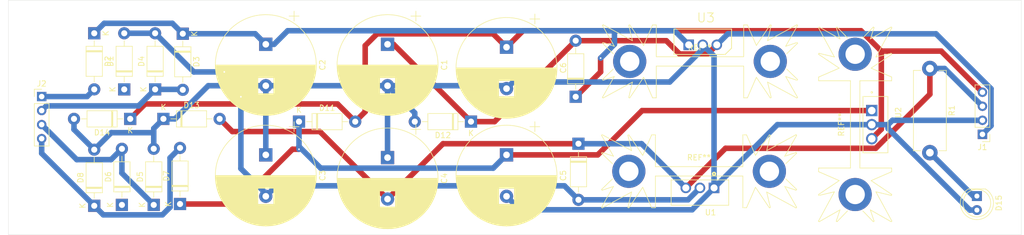
<source format=kicad_pcb>
(kicad_pcb (version 20240108) (generator "pcbnew") (generator_version "8.0")
  (layers (0 "F.Cu" signal) (31 "B.Cu" signal) (34 "B.Paste" user) (35 "F.Paste" user) (36 "B.SilkS" user "B.Silkscreen") (37 "F.SilkS" user "F.Silkscreen") (38 "B.Mask" user) (39 "F.Mask" user) (44 "Edge.Cuts" user))
  (net 0 "")
  (net 1 "Net-(D1-A)")
  (net 2 "Net-(D12-K)")
  (net 3 "GND")
  (net 4 "Net-(D11-A)")
  (net 5 "Net-(D15-K)")
  (net 6 "Net-(D2-K)")
  (net 7 "Net-(D10-K)")
  (net 8 "Net-(D11-K)")
  (net 9 "Net-(D1-K)")
  (net 10 "Net-(D3-A)")
  (net 11 "Net-(D5-K)")
  (net 12 "Net-(D7-A)")
  (footprint "Library:L7915CV TO255P1040X460X1935-3" (layer "F.Cu") (at 139.5 46 180)
    (property "Reference" "U1" (at 0.635 -4.445 360) (layer "F.SilkS"))
    (property "Value" "L7915")
    (pad "1" thru_hole rect (at 0 0 180) (size 1.91 1.91) (drill 1.27) (layers "*.Cu" "*.Mask") (net 3 "GND"))
    (pad "2" thru_hole circle (at 2.55 0 180) (size 1.91 1.91) (drill 1.27) (layers "*.Cu" "*.Mask") (net 1 "Net-(D1-A)"))
    (pad "3" thru_hole circle (at 5.1 0 180) (size 1.91 1.91) (drill 1.27) (layers "*.Cu" "*.Mask") (net 7 "Net-(D10-K)"))
  )
  (footprint "Heatsink:Heatsink_Fischer_SK104-STCB_35x13mm__2xDrill3.5mm_ScrewM3" (layer "F.Cu") (at 165 34.5 90)
    (property "Reference" "REF**" (at -0.025 -2.5 90) (layer "F.SilkS"))
    (property "Value" "Heatsink_Fischer_SK104-STCB_35x13mm__2xDrill3.5mm_ScrewM3" (hide yes))
    (pad "1" thru_hole circle (at -12.7 0 270) (size 6 6) (drill 3.5) (layers "*.Cu" "*.Mask"))
    (pad "1" thru_hole circle (at 12.7 0 90) (size 6 6) (drill 3.5) (layers "*.Cu" "*.Mask"))
  )
  (footprint "Capacitor_THT:CP_Radial_D18.0mm_P7.50mm" (layer "F.Cu") (at 58.5 40.02222 -90)
    (property "Reference" "C3" (at 3.75 -10.25 90) (layer "F.SilkS"))
    (property "Value" "1000uF")
    (pad "1" thru_hole rect (at 0 0 270) (size 2.4 2.4) (drill 1.2) (layers "*.Cu" "*.Mask") (net 3 "GND"))
    (pad "2" thru_hole circle (at 7.5 0 270) (size 2.4 2.4) (drill 1.2) (layers "*.Cu" "*.Mask") (net 1 "Net-(D1-A)"))
  )
  (footprint "Diode_THT:D_DO-41_SOD81_P10.16mm_Horizontal" (layer "F.Cu") (at 43 48.92 90)
    (property "Reference" "D7" (at 5.08 -2.47 90) (layer "F.SilkS"))
    (property "Value" "1N4002")
    (fp_text user "K" (at 0 -2.1 90) (layer "F.SilkS"))
    (pad "1" thru_hole rect (at 0 0 90) (size 2.2 2.2) (drill 1.1) (layers "*.Cu" "*.Mask") (net 8 "Net-(D11-K)"))
    (pad "2" thru_hole oval (at 10.16 0 90) (size 2.2 2.2) (drill 1.1) (layers "*.Cu" "*.Mask") (net 12 "Net-(D7-A)"))
  )
  (footprint "Diode_THT:D_DO-41_SOD81_P10.16mm_Horizontal" (layer "F.Cu") (at 95.58 34 180)
    (property "Reference" "D12" (at 5.08 -2.47 360) (layer "F.SilkS"))
    (property "Value" "1N4002")
    (fp_text user "K" (at 0 -2.1 360) (layer "F.SilkS"))
    (pad "1" thru_hole rect (at 0 0 180) (size 2.2 2.2) (drill 1.1) (layers "*.Cu" "*.Mask") (net 2 "Net-(D12-K)"))
    (pad "2" thru_hole oval (at 10.16 0 180) (size 2.2 2.2) (drill 1.1) (layers "*.Cu" "*.Mask") (net 3 "GND"))
  )
  (footprint "Diode_THT:D_DO-41_SOD81_P10.16mm_Horizontal" (layer "F.Cu") (at 34 33.5 180)
    (property "Reference" "D14" (at 5.08 -2.47 360) (layer "F.SilkS"))
    (property "Value" "1N4002")
    (fp_text user "K" (at 0 -2.1 360) (layer "F.SilkS"))
    (pad "1" thru_hole rect (at 0 0 180) (size 2.2 2.2) (drill 1.1) (layers "*.Cu" "*.Mask") (net 4 "Net-(D11-A)"))
    (pad "2" thru_hole oval (at 10.16 0 180) (size 2.2 2.2) (drill 1.1) (layers "*.Cu" "*.Mask") (net 3 "GND"))
  )
  (footprint "Library:L7805 TO255P1020X450X2000-3" (layer "F.Cu") (at 168.6625 34.55 -90)
    (property "Reference" "U2" (at -2.175 -4.135 90) (layer "F.SilkS"))
    (property "Value" "L7805")
    (pad "1" thru_hole rect (at -2.55 0.6625 270) (size 2.055 2.055) (drill 1.37) (layers "*.Cu" "*.Mask") (net 8 "Net-(D11-K)"))
    (pad "2" thru_hole circle (at 0 0.6625 270) (size 2.055 2.055) (drill 1.37) (layers "*.Cu" "*.Mask") (net 3 "GND"))
    (pad "3" thru_hole circle (at 2.55 0.6625 270) (size 2.055 2.055) (drill 1.37) (layers "*.Cu" "*.Mask") (net 4 "Net-(D11-A)"))
  )
  (footprint "Diode_THT:D_DO-41_SOD81_P10.16mm_Horizontal" (layer "F.Cu") (at 40 33.5)
    (property "Reference" "D13" (at 5.08 -2.47 360) (layer "F.SilkS"))
    (property "Value" "1N4002")
    (fp_text user "K" (at 0 -2.1 360) (layer "F.SilkS"))
    (pad "1" thru_hole rect (at 0 0) (size 2.2 2.2) (drill 1.1) (layers "*.Cu" "*.Mask") (net 3 "GND"))
    (pad "2" thru_hole oval (at 10.16 0) (size 2.2 2.2) (drill 1.1) (layers "*.Cu" "*.Mask") (net 7 "Net-(D10-K)"))
  )
  (footprint "Library:L7815CV TO254P450X1020X1935-3P" (layer "F.Cu") (at 140 19)
    (property "Reference" "U3" (at -1.9812 -3.81 360) (layer "F.SilkS") (effects (font (size 1.64 1.64))))
    (property "Value" "L7815")
    (pad "1" thru_hole rect (at -5.08 1.0922) (size 1.905 1.905) (drill 1.27) (layers "*.Cu" "*.Mask") (net 6 "Net-(D2-K)"))
    (pad "2" thru_hole circle (at -2.54 1.0922) (size 1.905 1.905) (drill 1.27) (layers "*.Cu" "*.Mask") (net 3 "GND"))
    (pad "3" thru_hole circle (at 0 1.0922) (size 1.905 1.905) (drill 1.27) (layers "*.Cu" "*.Mask") (net 2 "Net-(D12-K)"))
  )
  (footprint "Diode_THT:D_DO-41_SOD81_P10.16mm_Horizontal" (layer "F.Cu") (at 27.5 49.24 90)
    (property "Reference" "D8" (at 5.08 -2.47 90) (layer "F.SilkS"))
    (property "Value" "1N4002")
    (fp_text user "K" (at 0 -2.1 90) (layer "F.SilkS"))
    (pad "1" thru_hole rect (at 0 0 90) (size 2.2 2.2) (drill 1.1) (layers "*.Cu" "*.Mask") (net 12 "Net-(D7-A)"))
    (pad "2" thru_hole oval (at 10.16 0 90) (size 2.2 2.2) (drill 1.1) (layers "*.Cu" "*.Mask") (net 3 "GND"))
  )
  (footprint "Connector_PinHeader_2.54mm:PinHeader_1x04_P2.54mm_Vertical" (layer "F.Cu") (at 18 29.46)
    (property "Reference" "J2" (at 0 -2.33 0) (layer "F.SilkS"))
    (property "Value" "Conn_01x04_Socket")
    (pad "1" thru_hole rect (at 0 0) (size 1.7 1.7) (drill 1) (layers "*.Cu" "*.Mask") (net 9 "Net-(D1-K)"))
    (pad "2" thru_hole oval (at 0 2.54) (size 1.7 1.7) (drill 1) (layers "*.Cu" "*.Mask") (net 10 "Net-(D3-A)"))
    (pad "3" thru_hole oval (at 0 5.08) (size 1.7 1.7) (drill 1) (layers "*.Cu" "*.Mask") (net 11 "Net-(D5-K)"))
    (pad "4" thru_hole oval (at 0 7.62) (size 1.7 1.7) (drill 1) (layers "*.Cu" "*.Mask") (net 12 "Net-(D7-A)"))
  )
  (footprint "Diode_THT:D_DO-41_SOD81_P10.16mm_Horizontal" (layer "F.Cu") (at 64.5 34)
    (property "Reference" "D11" (at 5.08 -2.47 0) (layer "F.SilkS"))
    (property "Value" "1N4002")
    (fp_text user "K" (at 0 -2.1 0) (layer "F.SilkS"))
    (pad "1" thru_hole rect (at 0 0) (size 2.2 2.2) (drill 1.1) (layers "*.Cu" "*.Mask") (net 8 "Net-(D11-K)"))
    (pad "2" thru_hole oval (at 10.16 0) (size 2.2 2.2) (drill 1.1) (layers "*.Cu" "*.Mask") (net 4 "Net-(D11-A)"))
  )
  (footprint "Capacitor_THT:CP_Radial_D18.0mm_P7.50mm" (layer "F.Cu") (at 80.5 20 -90)
    (property "Reference" "C1" (at 3.75 -10.25 90) (layer "F.SilkS"))
    (property "Value" "10uF")
    (pad "1" thru_hole rect (at 0 0 270) (size 2.4 2.4) (drill 1.2) (layers "*.Cu" "*.Mask") (net 2 "Net-(D12-K)"))
    (pad "2" thru_hole circle (at 7.5 0 270) (size 2.4 2.4) (drill 1.2) (layers "*.Cu" "*.Mask") (net 3 "GND"))
  )
  (footprint "LED_THT:LED_D5.0mm" (layer "F.Cu") (at 187 47.48 -90)
    (property "Reference" "D15" (at 1.27 -3.96 90) (layer "F.SilkS"))
    (property "Value" "LED")
    (pad "1" thru_hole rect (at 0 0 270) (size 1.8 1.8) (drill 0.9) (layers "*.Cu" "*.Mask") (net 5 "Net-(D15-K)"))
    (pad "2" thru_hole circle (at 2.54 0 270) (size 1.8 1.8) (drill 0.9) (layers "*.Cu" "*.Mask") (net 3 "GND"))
  )
  (footprint "Diode_THT:D_DO-41_SOD81_P10.16mm_Horizontal" (layer "F.Cu") (at 38.25 49.08 90)
    (property "Reference" "D5" (at 5.08 -2.47 90) (layer "F.SilkS"))
    (property "Value" "1N4002")
    (fp_text user "K" (at 0 -2.1 90) (layer "F.SilkS"))
    (pad "1" thru_hole rect (at 0 0 90) (size 2.2 2.2) (drill 1.1) (layers "*.Cu" "*.Mask") (net 11 "Net-(D5-K)"))
    (pad "2" thru_hole oval (at 10.16 0 90) (size 2.2 2.2) (drill 1.1) (layers "*.Cu" "*.Mask") (net 3 "GND"))
  )
  (footprint "Heatsink:Heatsink_Fischer_SK104-STCB_35x13mm__2xDrill3.5mm_ScrewM3" (layer "F.Cu") (at 136.96 23.0922)
    (property "Reference" "REF**" (at -0.025 -2.5 0) (layer "F.SilkS"))
    (property "Value" "Heatsink_Fischer_SK104-STCB_35x13mm__2xDrill3.5mm_ScrewM3" (hide yes))
    (pad "1" thru_hole circle (at -12.7 0 180) (size 6 6) (drill 3.5) (layers "*.Cu" "*.Mask"))
    (pad "1" thru_hole circle (at 12.7 0) (size 6 6) (drill 3.5) (layers "*.Cu" "*.Mask"))
  )
  (footprint "Capacitor_THT:CP_Radial_D18.0mm_P7.50mm" (layer "F.Cu") (at 80.5 40.52222 -90)
    (property "Reference" "C4" (at 3.75 -10.25 90) (layer "F.SilkS"))
    (property "Value" "10uF")
    (pad "1" thru_hole rect (at 0 0 270) (size 2.4 2.4) (drill 1.2) (layers "*.Cu" "*.Mask") (net 3 "GND"))
    (pad "2" thru_hole circle (at 7.5 0 270) (size 2.4 2.4) (drill 1.2) (layers "*.Cu" "*.Mask") (net 7 "Net-(D10-K)"))
  )
  (footprint "Heatsink:Heatsink_Fischer_SK104-STCB_35x13mm__2xDrill3.5mm_ScrewM3" (layer "F.Cu") (at 136.8 43)
    (property "Reference" "REF**" (at -0.025 -2.5 0) (layer "F.SilkS"))
    (property "Value" "Heatsink_Fischer_SK104-STCB_35x13mm__2xDrill3.5mm_ScrewM3" (hide yes))
    (pad "1" thru_hole circle (at -12.7 0 180) (size 6 6) (drill 3.5) (layers "*.Cu" "*.Mask"))
    (pad "1" thru_hole circle (at 12.7 0) (size 6 6) (drill 3.5) (layers "*.Cu" "*.Mask"))
  )
  (footprint "Diode_THT:D_DO-41_SOD81_P10.16mm_Horizontal" (layer "F.Cu") (at 114.5 29.5 90)
    (property "Reference" "D9" (hide yes))
    (property "Value" "1N4002" (hide yes))
    (pad "1" thru_hole rect (at 0 0 90) (size 2.2 2.2) (drill 1.1) (layers "*.Cu" "*.Mask") (net 6 "Net-(D2-K)"))
    (pad "2" thru_hole oval (at 10.16 0 90) (size 2.2 2.2) (drill 1.1) (layers "*.Cu" "*.Mask") (net 2 "Net-(D12-K)"))
  )
  (footprint "Diode_THT:D_DO-41_SOD81_P10.16mm_Horizontal" (layer "F.Cu") (at 43.5 18.08 -90)
    (property "Reference" "D3" (at 5.08 -2.47 90) (layer "F.SilkS"))
    (property "Value" "1N4002")
    (fp_text user "K" (at 0 -2.1 90) (layer "F.SilkS"))
    (pad "1" thru_hole rect (at 0 0 270) (size 2.2 2.2) (drill 1.1) (layers "*.Cu" "*.Mask") (net 6 "Net-(D2-K)"))
    (pad "2" thru_hole oval (at 10.16 0 270) (size 2.2 2.2) (drill 1.1) (layers "*.Cu" "*.Mask") (net 10 "Net-(D3-A)"))
  )
  (footprint "Resistor_THT:R_Axial_DIN0614_L14.3mm_D5.7mm_P15.24mm_Horizontal" (layer "F.Cu") (at 178.5 24.38 -90)
    (property "Reference" "R1" (at 7.62 -3.97 90) (layer "F.SilkS"))
    (property "Value" "1k5")
    (pad "1" thru_hole circle (at 0 0 270) (size 2.8 2.8) (drill 1.4) (layers "*.Cu" "*.Mask") (net 7 "Net-(D10-K)"))
    (pad "2" thru_hole oval (at 15.24 0 270) (size 2.8 2.8) (drill 1.4) (layers "*.Cu" "*.Mask") (net 5 "Net-(D15-K)"))
  )
  (footprint "Capacitor_THT:CP_Radial_D18.0mm_P7.50mm" (layer "F.Cu") (at 102 40.02222 -90)
    (property "Reference" "C5" (at 3.75 -10.25 90) (layer "F.SilkS"))
    (property "Value" "2200uF")
    (pad "1" thru_hole rect (at 0 0 270) (size 2.4 2.4) (drill 1.2) (layers "*.Cu" "*.Mask") (net 8 "Net-(D11-K)"))
    (pad "2" thru_hole circle (at 7.5 0 270) (size 2.4 2.4) (drill 1.2) (layers "*.Cu" "*.Mask") (net 3 "GND"))
  )
  (footprint "Capacitor_THT:CP_Radial_D18.0mm_P7.50mm" (layer "F.Cu") (at 58.5 20 -90)
    (property "Reference" "C2" (at 3.75 -10.25 90) (layer "F.SilkS"))
    (property "Value" "1000uF")
    (pad "1" thru_hole rect (at 0 0 270) (size 2.4 2.4) (drill 1.2) (layers "*.Cu" "*.Mask") (net 6 "Net-(D2-K)"))
    (pad "2" thru_hole circle (at 7.5 0 270) (size 2.4 2.4) (drill 1.2) (layers "*.Cu" "*.Mask") (net 3 "GND"))
  )
  (footprint "Capacitor_THT:CP_Radial_D18.0mm_P7.50mm" (layer "F.Cu") (at 102 20.52222 -90)
    (property "Reference" "C6" (at 3.75 -10.25 90) (layer "F.SilkS"))
    (property "Value" "10uF")
    (pad "1" thru_hole rect (at 0 0 270) (size 2.4 2.4) (drill 1.2) (layers "*.Cu" "*.Mask") (net 4 "Net-(D11-A)"))
    (pad "2" thru_hole circle (at 7.5 0 270) (size 2.4 2.4) (drill 1.2) (layers "*.Cu" "*.Mask") (net 3 "GND"))
  )
  (footprint "Connector_PinHeader_2.54mm:PinHeader_1x04_P2.54mm_Vertical" (layer "F.Cu") (at 188 36.3 180)
    (property "Reference" "J1" (at 0 -2.33 360) (layer "F.SilkS"))
    (property "Value" "Conn_01x04_Socket")
    (pad "1" thru_hole rect (at 0 0 180) (size 1.7 1.7) (drill 1) (layers "*.Cu" "*.Mask") (net 2 "Net-(D12-K)"))
    (pad "2" thru_hole oval (at 0 2.54 180) (size 1.7 1.7) (drill 1) (layers "*.Cu" "*.Mask") (net 3 "GND"))
    (pad "3" thru_hole oval (at 0 5.08 180) (size 1.7 1.7) (drill 1) (layers "*.Cu" "*.Mask") (net 7 "Net-(D10-K)"))
    (pad "4" thru_hole oval (at 0 7.62 180) (size 1.7 1.7) (drill 1) (layers "*.Cu" "*.Mask") (net 4 "Net-(D11-A)"))
  )
  (footprint "Diode_THT:D_DO-41_SOD81_P10.16mm_Horizontal" (layer "F.Cu") (at 38.5 28.16 90)
    (property "Reference" "D4" (at 5.08 -2.47 90) (layer "F.SilkS"))
    (property "Value" "1N4002")
    (fp_text user "K" (at 0 -2.1 90) (layer "F.SilkS"))
    (pad "1" thru_hole rect (at 0 0 90) (size 2.2 2.2) (drill 1.1) (layers "*.Cu" "*.Mask") (net 10 "Net-(D3-A)"))
    (pad "2" thru_hole oval (at 10.16 0 90) (size 2.2 2.2) (drill 1.1) (layers "*.Cu" "*.Mask") (net 1 "Net-(D1-A)"))
  )
  (footprint "Diode_THT:D_DO-41_SOD81_P10.16mm_Horizontal" (layer "F.Cu") (at 32.92 28.16 90)
    (property "Reference" "D1" (at 5.08 -2.47 90) (layer "F.SilkS"))
    (property "Value" "1N4002")
    (fp_text user "K" (at 0 -2.1 90) (layer "F.SilkS"))
    (pad "1" thru_hole rect (at 0 0 90) (size 2.2 2.2) (drill 1.1) (layers "*.Cu" "*.Mask") (net 9 "Net-(D1-K)"))
    (pad "2" thru_hole oval (at 10.16 0 90) (size 2.2 2.2) (drill 1.1) (layers "*.Cu" "*.Mask") (net 1 "Net-(D1-A)"))
  )
  (footprint "Diode_THT:D_DO-41_SOD81_P10.16mm_Horizontal" (layer "F.Cu") (at 27.5 18 -90)
    (property "Reference" "D2" (at 5.08 -2.47 90) (layer "F.SilkS"))
    (property "Value" "1N4002")
    (fp_text user "K" (at 0 -2.1 90) (layer "F.SilkS"))
    (pad "1" thru_hole rect (at 0 0 270) (size 2.2 2.2) (drill 1.1) (layers "*.Cu" "*.Mask") (net 6 "Net-(D2-K)"))
    (pad "2" thru_hole oval (at 10.16 0 270) (size 2.2 2.2) (drill 1.1) (layers "*.Cu" "*.Mask") (net 9 "Net-(D1-K)"))
  )
  (footprint "Diode_THT:D_DO-41_SOD81_P10.16mm_Horizontal" (layer "F.Cu") (at 115 38 -90)
    (property "Reference" "D10" (hide yes))
    (property "Value" "1N4002" (hide yes))
    (pad "1" thru_hole rect (at 0 0 270) (size 2.2 2.2) (drill 1.1) (layers "*.Cu" "*.Mask") (net 7 "Net-(D10-K)"))
    (pad "2" thru_hole oval (at 10.16 0 270) (size 2.2 2.2) (drill 1.1) (layers "*.Cu" "*.Mask") (net 1 "Net-(D1-A)"))
  )
  (footprint "Diode_THT:D_DO-41_SOD81_P10.16mm_Horizontal" (layer "F.Cu") (at 32.5 49.08 90)
    (property "Reference" "D6" (at 5.08 -2.47 90) (layer "F.SilkS"))
    (property "Value" "1N4002")
    (fp_text user "K" (at 0 -2.1 90) (layer "F.SilkS"))
    (pad "1" thru_hole rect (at 0 0 90) (size 2.2 2.2) (drill 1.1) (layers "*.Cu" "*.Mask") (net 8 "Net-(D11-K)"))
    (pad "2" thru_hole oval (at 10.16 0 90) (size 2.2 2.2) (drill 1.1) (layers "*.Cu" "*.Mask") (net 11 "Net-(D5-K)"))
  )
  (gr_rect (start 12 12) (end 195 54.5) (stroke (width 0.05)) (fill none) (layer "Edge.Cuts"))
  (segment (start 51 25) (end 51 26.5) (width 1) (layer "F.Cu") (net 1))
  (segment (start 51 26.5) (end 54 29.5) (width 1) (layer "F.Cu") (net 1))
  (via (at 51 25) (size 0.6) (drill 0.3) (layers "F.Cu" "B.Cu") (net 1))
  (via (at 54 29.5) (size 0.6) (drill 0.3) (layers "F.Cu" "B.Cu") (net 1))
  (segment (start 58.5 47.52222) (end 58.5 47) (width 1) (layer "B.Cu") (net 1))
  (segment (start 115 48.16) (end 134.79 48.16) (width 1) (layer "B.Cu") (net 1))
  (segment (start 60.4 45.62222) (end 112.46222 45.62222) (width 1) (layer "B.Cu") (net 1))
  (segment (start 134.79 48.16) (end 136.95 46) (width 1) (layer "B.Cu") (net 1))
  (segment (start 38.5 18) (end 45.5 25) (width 1) (layer "B.Cu") (net 1))
  (segment (start 58.5 47) (end 54 42.5) (width 1) (layer "B.Cu") (net 1))
  (segment (start 38.5 18) (end 32.92 18) (width 1) (layer "B.Cu") (net 1))
  (segment (start 45.5 25) (end 51 25) (width 1) (layer "B.Cu") (net 1))
  (segment (start 54 42.5) (end 54 29.5) (width 1) (layer "B.Cu") (net 1))
  (segment (start 58.5 47.52222) (end 60.4 45.62222) (width 1) (layer "B.Cu") (net 1))
  (segment (start 112.46222 45.62222) (end 115 48.16) (width 1) (layer "B.Cu") (net 1))
  (segment (start 99.84 34) (end 114.5 19.34) (width 1) (layer "F.Cu") (net 2))
  (segment (start 130.8628 19.34) (end 133.2675 21.7447) (width 1) (layer "F.Cu") (net 2))
  (segment (start 81.58 20) (end 95.58 34) (width 1) (layer "F.Cu") (net 2))
  (segment (start 80.5 20) (end 81.58 20) (width 1) (layer "F.Cu") (net 2))
  (segment (start 133.2675 21.7447) (end 138.3475 21.7447) (width 1) (layer "F.Cu") (net 2))
  (segment (start 114.5 19.34) (end 130.8628 19.34) (width 1) (layer "F.Cu") (net 2))
  (segment (start 138.3475 21.7447) (end 140 20.0922) (width 1) (layer "F.Cu") (net 2))
  (segment (start 95.58 34) (end 99.84 34) (width 1) (layer "F.Cu") (net 2))
  (segment (start 141.9922 18.1) (end 179.612032 18.1) (width 1) (layer "B.Cu") (net 2))
  (segment (start 189.55 28.037968) (end 189.55 34.75) (width 1) (layer "B.Cu") (net 2))
  (segment (start 179.612032 18.1) (end 189.55 28.037968) (width 1) (layer "B.Cu") (net 2))
  (segment (start 140 20.0922) (end 141.9922 18.1) (width 1) (layer "B.Cu") (net 2))
  (segment (start 189.55 34.75) (end 188 36.3) (width 1) (layer "B.Cu") (net 2))
  (segment (start 171.74 33.76) (end 188 33.76) (width 1) (layer "B.Cu") (net 3))
  (segment (start 131.49498 26.82222) (end 137.46 20.8572) (width 1) (layer "B.Cu") (net 3))
  (segment (start 58.5 40.02222) (end 58.5 27.5) (width 1) (layer "B.Cu") (net 3))
  (segment (start 103.2 26.82222) (end 131.49498 26.82222) (width 1) (layer "B.Cu") (net 3))
  (segment (start 185.727208 50.02) (end 187 50.02) (width 1) (layer "B.Cu") (net 3))
  (segment (start 170.95 35.242792) (end 185.727208 50.02) (width 1) (layer "B.Cu") (net 3))
  (segment (start 101.47778 27.5) (end 102 28.02222) (width 1) (layer "B.Cu") (net 3))
  (segment (start 139.5 22.1322) (end 139.5 46) (width 1) (layer "B.Cu") (net 3))
  (segment (start 80.5 40.52222) (end 80.5 27.5) (width 1) (layer "B.Cu") (net 3))
  (segment (start 104.43778 49.96) (end 135.54 49.96) (width 1) (layer "B.Cu") (net 3))
  (segment (start 137.46 20.8572) (end 137.46 20.0922) (width 1) (layer "B.Cu") (net 3))
  (segment (start 23.84 35.42) (end 27.5 39.08) (width 1) (layer "B.Cu") (net 3))
  (segment (start 40 33.5) (end 42.1 33.5) (width 1) (layer "B.Cu") (net 3))
  (segment (start 42.1 33.5) (end 48.1 27.5) (width 1) (layer "B.Cu") (net 3))
  (segment (start 85.42 34) (end 85.42 32.42) (width 1) (layer "B.Cu") (net 3))
  (segment (start 102 47.52222) (end 104.43778 49.96) (width 1) (layer "B.Cu") (net 3))
  (segment (start 80.5 27.5) (end 101.47778 27.5) (width 1) (layer "B.Cu") (net 3))
  (segment (start 85.42 32.42) (end 80.5 27.5) (width 1) (layer "B.Cu") (net 3))
  (segment (start 150.95 34.55) (end 168 34.55) (width 1) (layer "B.Cu") (net 3))
  (segment (start 135.54 49.96) (end 139.5 46) (width 1) (layer "B.Cu") (net 3))
  (segment (start 102 28.02222) (end 103.2 26.82222) (width 1) (layer "B.Cu") (net 3))
  (segment (start 170.95 34.55) (end 170.95 35.242792) (width 1) (layer "B.Cu") (net 3))
  (segment (start 168 34.55) (end 170.95 34.55) (width 1) (layer "B.Cu") (net 3))
  (segment (start 30.58 36) (end 38.25 36) (width 1) (layer "B.Cu") (net 3))
  (segment (start 170.95 34.55) (end 171.74 33.76) (width 1) (layer "B.Cu") (net 3))
  (segment (start 38.25 35.25) (end 40 33.5) (width 1) (layer "B.Cu") (net 3))
  (segment (start 38.25 38.92) (end 38.25 36) (width 1) (layer "B.Cu") (net 3))
  (segment (start 137.46 20.0922) (end 139.5 22.1322) (width 1) (layer "B.Cu") (net 3))
  (segment (start 23.84 33.5) (end 23.84 35.42) (width 1) (layer "B.Cu") (net 3))
  (segment (start 58.5 27.5) (end 80.5 27.5) (width 1) (layer "B.Cu") (net 3))
  (segment (start 48.1 27.5) (end 58.5 27.5) (width 1) (layer "B.Cu") (net 3))
  (segment (start 38.25 36) (end 38.25 35.25) (width 1) (layer "B.Cu") (net 3))
  (segment (start 27.5 39.08) (end 30.58 36) (width 1) (layer "B.Cu") (net 3))
  (segment (start 139.5 46) (end 150.95 34.55) (width 1) (layer "B.Cu") (net 3))
  (segment (start 76.46 32.2) (end 76.46 20.24) (width 1) (layer "F.Cu") (net 4))
  (segment (start 71.46 30.8) (end 74.66 34) (width 1) (layer "F.Cu") (net 4))
  (segment (start 169.7275 21.2275) (end 169.7275 35.3725) (width 1) (layer "F.Cu") (net 4))
  (segment (start 99.57778 18.1) (end 102 20.52222) (width 1) (layer "F.Cu") (net 4))
  (segment (start 104.98222 17.54) (end 166.04 17.54) (width 1) (layer "F.Cu") (net 4))
  (segment (start 36.7 30.8) (end 71.46 30.8) (width 1) (layer "F.Cu") (net 4))
  (segment (start 180.5475 21.2275) (end 188 28.68) (width 1) (layer "F.Cu") (net 4))
  (segment (start 78.6 18.1) (end 99.57778 18.1) (width 1) (layer "F.Cu") (net 4))
  (segment (start 34 33.5) (end 36.7 30.8) (width 1) (layer "F.Cu") (net 4))
  (segment (start 76.46 20.24) (end 78.6 18.1) (width 1) (layer "F.Cu") (net 4))
  (segment (start 169.7275 35.3725) (end 168 37.1) (width 1) (layer "F.Cu") (net 4))
  (segment (start 166.04 17.54) (end 169.7275 21.2275) (width 1) (layer "F.Cu") (net 4))
  (segment (start 102 20.52222) (end 104.98222 17.54) (width 1) (layer "F.Cu") (net 4))
  (segment (start 169.7275 21.2275) (end 180.5475 21.2275) (width 1) (layer "F.Cu") (net 4))
  (segment (start 74.66 34) (end 76.46 32.2) (width 1) (layer "F.Cu") (net 4))
  (segment (start 186.36 47.48) (end 187 47.48) (width 1) (layer "B.Cu") (net 5))
  (segment (start 178.5 39.62) (end 186.36 47.48) (width 1) (layer "B.Cu") (net 5))
  (segment (start 119 25) (end 114.5 29.5) (width 1) (layer "F.Cu") (net 6))
  (segment (start 119 22.5) (end 119 25) (width 1) (layer "F.Cu") (net 6))
  (via (at 119 22.5) (size 0.6) (drill 0.3) (layers "F.Cu" "B.Cu") (net 6))
  (segment (start 27.5 18) (end 29.3 16.2) (width 1) (layer "B.Cu") (net 6))
  (segment (start 121.5 17.54) (end 132.3678 17.54) (width 1) (layer "B.Cu") (net 6))
  (segment (start 58.5 20) (end 60 20) (width 1) (layer "B.Cu") (net 6))
  (segment (start 43.5 18.08) (end 56.58 18.08) (width 1) (layer "B.Cu") (net 6))
  (segment (start 121.5 20) (end 119 22.5) (width 1) (layer "B.Cu") (net 6))
  (segment (start 62.46 17.54) (end 108.5 17.54) (width 1) (layer "B.Cu") (net 6))
  (segment (start 56.58 18.08) (end 58.5 20) (width 1) (layer "B.Cu") (net 6))
  (segment (start 29.3 16.2) (end 41.62 16.2) (width 1) (layer "B.Cu") (net 6))
  (segment (start 121.5 17.54) (end 121.5 20) (width 1) (layer "B.Cu") (net 6))
  (segment (start 132.3678 17.54) (end 134.92 20.0922) (width 1) (layer "B.Cu") (net 6))
  (segment (start 108.5 17.54) (end 121.5 17.54) (width 1) (layer "B.Cu") (net 6))
  (segment (start 60 20) (end 62.46 17.54) (width 1) (layer "B.Cu") (net 6))
  (segment (start 41.62 16.2) (end 43.5 18.08) (width 1) (layer "B.Cu") (net 6))
  (segment (start 50.16 33.5) (end 52.46 35.8) (width 1) (layer "F.Cu") (net 7))
  (segment (start 168.715554 38.8275) (end 178.5 29.043054) (width 1) (layer "F.Cu") (net 7))
  (segment (start 134.4 46) (end 141.5725 38.8275) (width 1) (layer "F.Cu") (net 7))
  (segment (start 52.46 35.8) (end 68.27778 35.8) (width 1) (layer "F.Cu") (net 7))
  (segment (start 141.5725 38.8275) (end 168.715554 38.8275) (width 1) (layer "F.Cu") (net 7))
  (segment (start 178.5 29.043054) (end 178.5 24.38) (width 1) (layer "F.Cu") (net 7))
  (segment (start 90.52222 38) (end 115 38) (width 1) (layer "F.Cu") (net 7))
  (segment (start 68.27778 35.8) (end 80.5 48.02222) (width 1) (layer "F.Cu") (net 7))
  (segment (start 80.5 48.02222) (end 90.52222 38) (width 1) (layer "F.Cu") (net 7))
  (segment (start 126.4 38) (end 115 38) (width 1) (layer "B.Cu") (net 7))
  (segment (start 178.5 24.38) (end 181.16 24.38) (width 1) (layer "B.Cu") (net 7))
  (segment (start 181.16 24.38) (end 188 31.22) (width 1) (layer "B.Cu") (net 7))
  (segment (start 134.4 46) (end 126.4 38) (width 1) (layer "B.Cu") (net 7))
  (segment (start 53.40222 48.92) (end 63.32222 39) (width 1) (layer "F.Cu") (net 8))
  (segment (start 168 32) (end 126.5 32) (width 1) (layer "F.Cu") (net 8))
  (segment (start 43 48.92) (end 53.40222 48.92) (width 1) (layer "F.Cu") (net 8))
  (segment (start 118.47778 40.02222) (end 102 40.02222) (width 1) (layer "F.Cu") (net 8))
  (segment (start 63.32222 39) (end 64.5 39) (width 1) (layer "F.Cu") (net 8))
  (segment (start 126.5 32) (end 118.47778 40.02222) (width 1) (layer "F.Cu") (net 8))
  (via (at 64.5 39) (size 0.6) (drill 0.3) (layers "F.Cu" "B.Cu") (net 8))
  (segment (start 99.6 42.42222) (end 102 40.02222) (width 1) (layer "B.Cu") (net 8))
  (segment (start 64.5 38.5) (end 64.5 34) (width 1) (layer "B.Cu") (net 8))
  (segment (start 64.5 39) (end 64.5 38.5) (width 1) (layer "B.Cu") (net 8))
  (segment (start 68.42222 42.42222) (end 99.6 42.42222) (width 1) (layer "B.Cu") (net 8))
  (segment (start 64.5 38.5) (end 68.42222 42.42222) (width 1) (layer "B.Cu") (net 8))
  (segment (start 18 29.46) (end 26.2 29.46) (width 1) (layer "B.Cu") (net 9))
  (segment (start 26.2 29.46) (end 27.5 28.16) (width 1) (layer "B.Cu") (net 9))
  (segment (start 38.5 28.16) (end 43.42 28.16) (width 1) (layer "B.Cu") (net 10))
  (segment (start 43.42 28.16) (end 43.5 28.24) (width 1) (layer "B.Cu") (net 10))
  (segment (start 18.85 31.15) (end 35.51 31.15) (width 1) (layer "B.Cu") (net 10))
  (segment (start 18 32) (end 18.85 31.15) (width 1) (layer "B.Cu") (net 10))
  (segment (start 35.51 31.15) (end 38.5 28.16) (width 1) (layer "B.Cu") (net 10))
  (segment (start 18 34.54) (end 24.34 40.88) (width 1) (layer "B.Cu") (net 11))
  (segment (start 32.5 43.33) (end 38.25 49.08) (width 1) (layer "B.Cu") (net 11))
  (segment (start 32.5 38.92) (end 32.5 43.33) (width 1) (layer "B.Cu") (net 11))
  (segment (start 30.54 40.88) (end 32.5 38.92) (width 1) (layer "B.Cu") (net 11))
  (segment (start 24.34 40.88) (end 30.54 40.88) (width 1) (layer "B.Cu") (net 11))
  (segment (start 41.2 40.56) (end 43 38.76) (width 1) (layer "B.Cu") (net 12))
  (segment (start 39.82 50.88) (end 41.2 49.5) (width 1) (layer "B.Cu") (net 12))
  (segment (start 18 39.74) (end 27.5 49.24) (width 1) (layer "B.Cu") (net 12))
  (segment (start 29.14 50.88) (end 39.82 50.88) (width 1) (layer "B.Cu") (net 12))
  (segment (start 41.2 49.5) (end 41.2 40.56) (width 1) (layer "B.Cu") (net 12))
  (segment (start 18 37.08) (end 18 39.74) (width 1) (layer "B.Cu") (net 12))
  (segment (start 27.5 49.24) (end 29.14 50.88) (width 1) (layer "B.Cu") (net 12))
)
</source>
